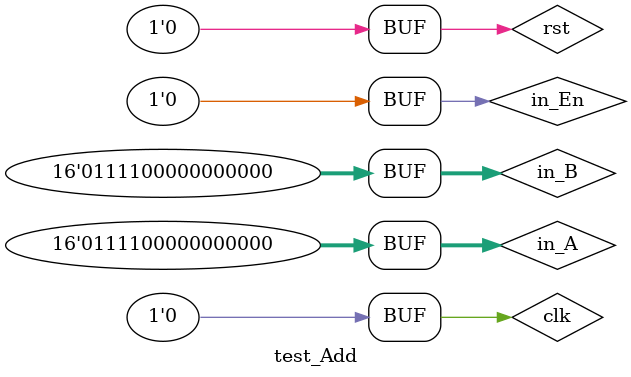
<source format=v>
`timescale 1ns / 1ps


module test_Add;

	// Inputs
	reg [15:0] in_A;
	reg [15:0] in_B;
	reg in_En;
	reg clk;
	reg rst;

	// Outputs
	wire [15:0] out_Out;
	wire out_Ready;
	
	//wire oldReady;//DEBUG
	//wire [11:0] absVal;
	//wire [12:0] afterAdd;
   //wire [12:0] valS2;
	//wire [9:0] valS;
	//wire [4:0] diff;
	//wire swap;
	//wire [4:0] shiftAmmount;
	// Instantiate the Unit Under Test (UUT)
	mod_Add uut (
		.in_A(in_A), 
		.in_B(in_B), 
		.in_En(in_En), 
		.out_Out(out_Out), 
		.out_Ready(out_Ready), 
		.clk(clk), 
		.rst(rst)
		//.oldReady(oldReady),
		//.absVal(absVal),
		//.afterAdd(afterAdd),
		//.valS2(valS2),
		//.valS(valS),
		//.diff(diff),
		//.swap(swap),
		//.shiftAmmount(shiftAmmount)
	);

	initial begin
		in_A = 0;
		in_B = 0;
		in_En = 0;
		clk = 0;
		
		#100
		rst = 1;
		#100;
      rst = 0;
		#100;
		

		//in_A = 16'b0101101101010110;//234.75
		//in_B = 16'b1101100000110100;//-134.53
		in_B = 16'b0111100000000000;//3678
		in_A = 16'b0111100000000000;//400
		//in_A = 16'b1110101100101111;
		
		
		in_En = 1;
		#100;
		clk = 1;
		#100;
		clk = 0;
		in_En = 0;
		
		#100;
		clk = 1;
		#100;
		clk = 0;

		/*in_En = 1;
		#100;
		clk = 1;
		#100;
		clk = 0;
		in_En = 0;*/
		
		#100;
		clk = 1;
		#100;
		clk = 0;	
		
		#100;
		clk = 1;
		#100;
		clk = 0;
		
		/*in_En = 1;
		#100;
		clk = 1;
		#100;
		clk = 0;
		in_En = 0;*/

		#100;
		clk = 1;
		#100;
		clk = 0;
		
		#100;
		clk = 1;
		#100;
		clk = 0;	
		
		#100;
		clk = 1;
		#100;
		clk = 0;		
	end
      
endmodule


</source>
